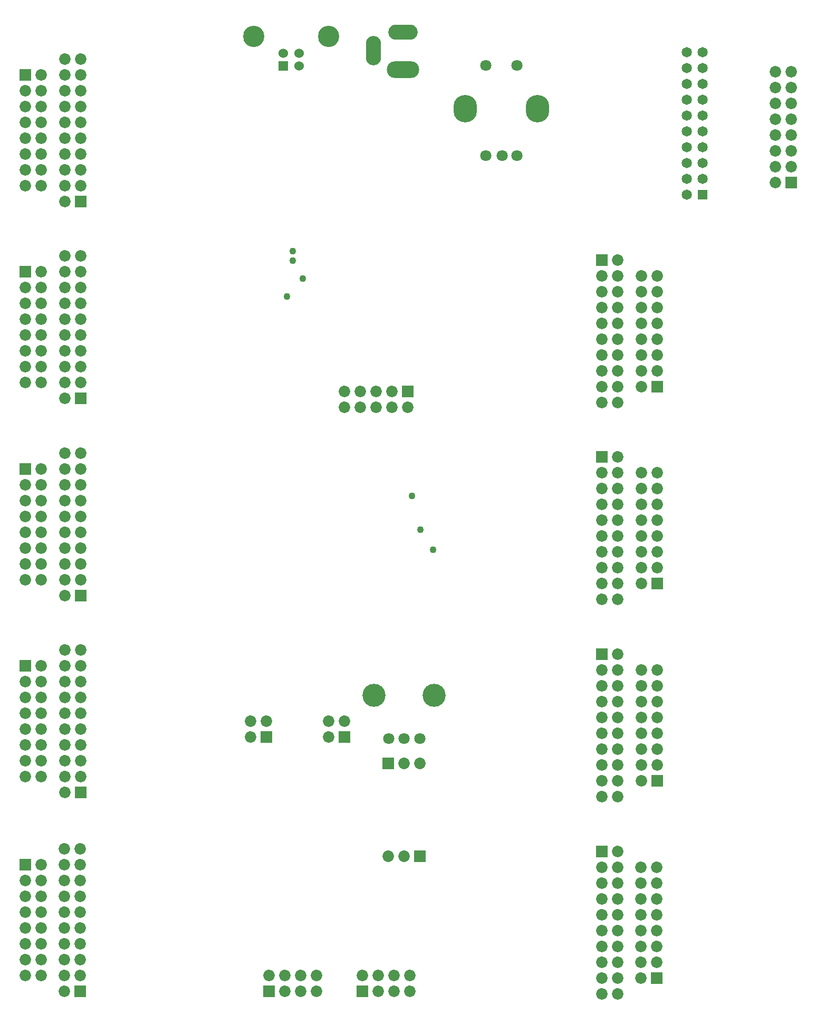
<source format=gbs>
G04*
G04 #@! TF.GenerationSoftware,Altium Limited,Altium Designer,25.8.1 (18)*
G04*
G04 Layer_Color=16711935*
%FSLAX44Y44*%
%MOMM*%
G71*
G04*
G04 #@! TF.SameCoordinates,F625E077-19EE-4E80-AD8A-59A8E9CBE096*
G04*
G04*
G04 #@! TF.FilePolarity,Negative*
G04*
G01*
G75*
%ADD63O,5.2032X2.7032*%
%ADD64O,4.7032X2.4532*%
%ADD65O,2.4532X4.7032*%
%ADD66C,1.8500*%
%ADD67R,1.8500X1.8500*%
%ADD68R,1.6500X1.6500*%
%ADD69C,1.6500*%
%ADD70C,3.7032*%
%ADD71C,1.8032*%
%ADD72O,3.8032X4.4032*%
%ADD73R,1.8532X1.8532*%
%ADD74C,1.8532*%
%ADD75R,1.8500X1.8500*%
%ADD76C,3.4160*%
%ADD77C,1.5280*%
%ADD78R,1.5280X1.5280*%
%ADD79C,1.1032*%
D63*
X517250Y324750D02*
D03*
D64*
Y384750D02*
D03*
D65*
X470250Y354750D02*
D03*
D66*
X1140500Y219700D02*
D03*
X1115100Y321300D02*
D03*
X1140500D02*
D03*
X1115100Y295900D02*
D03*
X1140500D02*
D03*
X1115100Y270500D02*
D03*
X1140500D02*
D03*
X1115100Y245100D02*
D03*
X1140500D02*
D03*
X1115100Y219700D02*
D03*
Y194300D02*
D03*
X1140500D02*
D03*
X1115100Y168900D02*
D03*
X1140500D02*
D03*
X1115100Y143500D02*
D03*
X272841Y-721331D02*
D03*
X298241D02*
D03*
X272841Y-746731D02*
D03*
X398571Y-721331D02*
D03*
X423971D02*
D03*
X398571Y-746731D02*
D03*
X449454Y-191677D02*
D03*
X424054Y-217077D02*
D03*
X424083Y-191699D02*
D03*
X449454Y-217077D02*
D03*
X474854D02*
D03*
Y-191677D02*
D03*
X500254Y-217077D02*
D03*
Y-191677D02*
D03*
X525654Y-217077D02*
D03*
X899801Y-1133444D02*
D03*
X925201Y-1108044D02*
D03*
X899801Y-1108044D02*
D03*
X925201Y-1082644D02*
D03*
X899801D02*
D03*
Y-1057244D02*
D03*
X925201Y-1031844D02*
D03*
X899801D02*
D03*
X925201Y-1006444D02*
D03*
X899801Y-1006444D02*
D03*
X925201Y-981044D02*
D03*
X899801Y-981044D02*
D03*
X925201Y-955644D02*
D03*
X899801D02*
D03*
X925201Y-1057244D02*
D03*
X861978Y-930190D02*
D03*
X836578Y-955590D02*
D03*
X861978Y-955590D02*
D03*
X836578Y-980990D02*
D03*
X861978D02*
D03*
Y-1006390D02*
D03*
X836578Y-1031790D02*
D03*
X861978Y-1031790D02*
D03*
X836578Y-1057190D02*
D03*
X861978D02*
D03*
X836578Y-1082590D02*
D03*
X861978Y-1082590D02*
D03*
X836578Y-1107990D02*
D03*
X861978D02*
D03*
X836578Y-1006390D02*
D03*
Y-1133390D02*
D03*
X861978Y-1133390D02*
D03*
X836578Y-1158790D02*
D03*
X861978D02*
D03*
X-63343Y-951296D02*
D03*
X-88743Y-976696D02*
D03*
X-63343Y-976696D02*
D03*
X-88743Y-1002096D02*
D03*
X-63343D02*
D03*
X-63343Y-1027496D02*
D03*
X-88743Y-1052896D02*
D03*
X-63343D02*
D03*
X-88743Y-1078296D02*
D03*
X-63343Y-1078296D02*
D03*
X-88743Y-1103696D02*
D03*
X-63343Y-1103696D02*
D03*
X-88743Y-1129096D02*
D03*
X-63343D02*
D03*
X-88743Y-1027496D02*
D03*
X-25520Y-1154550D02*
D03*
X-120Y-1129150D02*
D03*
X-25520D02*
D03*
X-120Y-1103750D02*
D03*
X-25520Y-1103750D02*
D03*
Y-1078350D02*
D03*
X-120Y-1052950D02*
D03*
X-25520Y-1052950D02*
D03*
X-120Y-1027550D02*
D03*
X-25520D02*
D03*
X-120Y-1002150D02*
D03*
X-25520Y-1002150D02*
D03*
X-120Y-976750D02*
D03*
X-25520Y-976750D02*
D03*
X-120Y-1078350D02*
D03*
Y-951350D02*
D03*
X-25520D02*
D03*
X-120Y-925950D02*
D03*
X-25520D02*
D03*
X900351Y-816544D02*
D03*
X925751Y-791144D02*
D03*
X900351D02*
D03*
X925751Y-765744D02*
D03*
X900351D02*
D03*
Y-740344D02*
D03*
X925751Y-714944D02*
D03*
X900351D02*
D03*
X925751Y-689544D02*
D03*
X900351D02*
D03*
X925751Y-664144D02*
D03*
X900351D02*
D03*
X925751Y-638744D02*
D03*
X900351D02*
D03*
X925751Y-740344D02*
D03*
X900351Y-184084D02*
D03*
X925751Y-158684D02*
D03*
X900351D02*
D03*
X925751Y-133284D02*
D03*
X900351D02*
D03*
Y-107884D02*
D03*
X925751Y-82484D02*
D03*
X900351D02*
D03*
X925751Y-57084D02*
D03*
X900351D02*
D03*
X925751Y-31684D02*
D03*
X900351D02*
D03*
X925751Y-6284D02*
D03*
X900351D02*
D03*
X925751Y-107884D02*
D03*
X-63223Y54D02*
D03*
X-88623Y-25346D02*
D03*
X-63223Y-25346D02*
D03*
X-88623Y-50746D02*
D03*
X-63223D02*
D03*
X-63223Y-76146D02*
D03*
X-88623Y-101546D02*
D03*
X-63223D02*
D03*
X-88623Y-126946D02*
D03*
X-63223Y-126946D02*
D03*
X-88623Y-152346D02*
D03*
X-63223Y-152346D02*
D03*
X-88623Y-177746D02*
D03*
X-63223Y-177746D02*
D03*
X-88623Y-76146D02*
D03*
X452076Y-1128921D02*
D03*
X477476Y-1154321D02*
D03*
Y-1128921D02*
D03*
X502876Y-1154321D02*
D03*
Y-1128921D02*
D03*
X528276Y-1128921D02*
D03*
Y-1154321D02*
D03*
X-25400Y-835660D02*
D03*
X0Y-810260D02*
D03*
X-25400D02*
D03*
X0Y-784860D02*
D03*
X-25400D02*
D03*
Y-759460D02*
D03*
X0Y-734060D02*
D03*
X-25400Y-734060D02*
D03*
X0Y-708660D02*
D03*
X-25400D02*
D03*
X0Y-683260D02*
D03*
X-25400D02*
D03*
X0Y-657860D02*
D03*
X-25400Y-657860D02*
D03*
X0Y-759460D02*
D03*
Y-632460D02*
D03*
X-25400D02*
D03*
X0Y-607060D02*
D03*
X-25400D02*
D03*
X-63223Y316284D02*
D03*
X-88623Y290884D02*
D03*
X-63223Y290884D02*
D03*
X-88623Y265484D02*
D03*
X-63223D02*
D03*
X-63223Y240084D02*
D03*
X-88623Y214684D02*
D03*
X-63223D02*
D03*
X-88623Y189284D02*
D03*
X-63223Y189284D02*
D03*
X-88623Y163884D02*
D03*
X-63223Y163884D02*
D03*
X-88623Y138484D02*
D03*
X-63223Y138484D02*
D03*
X-88623Y240084D02*
D03*
X-63223Y-632406D02*
D03*
X-88623Y-657806D02*
D03*
X-63223Y-657806D02*
D03*
X-88623Y-683206D02*
D03*
X-63223D02*
D03*
X-63223Y-708606D02*
D03*
X-88623Y-734006D02*
D03*
X-63223D02*
D03*
X-88623Y-759406D02*
D03*
X-63223Y-759406D02*
D03*
X-88623Y-784806D02*
D03*
X-63223Y-784806D02*
D03*
X-88623Y-810206D02*
D03*
X-63223Y-810206D02*
D03*
X-88623Y-708606D02*
D03*
X302216Y-1128921D02*
D03*
X327616Y-1154321D02*
D03*
Y-1128921D02*
D03*
X353016Y-1154321D02*
D03*
Y-1128921D02*
D03*
X378416Y-1128921D02*
D03*
Y-1154321D02*
D03*
X-25400Y113030D02*
D03*
X0Y138430D02*
D03*
X-25400D02*
D03*
X0Y163830D02*
D03*
X-25400Y163830D02*
D03*
X-25400Y189230D02*
D03*
X0Y214630D02*
D03*
X-25400Y214630D02*
D03*
X0Y240030D02*
D03*
X-25400D02*
D03*
X0Y265430D02*
D03*
X-25400D02*
D03*
X0Y290830D02*
D03*
X-25400Y290830D02*
D03*
X0Y189230D02*
D03*
Y316230D02*
D03*
X-25400D02*
D03*
X0Y341630D02*
D03*
X-25400D02*
D03*
X-63184Y-316176D02*
D03*
X-88584Y-341576D02*
D03*
X-63184Y-341576D02*
D03*
X-88584Y-366976D02*
D03*
X-63184Y-366976D02*
D03*
Y-392376D02*
D03*
X-88584Y-417776D02*
D03*
X-63184D02*
D03*
X-88584Y-443176D02*
D03*
X-63184D02*
D03*
X-88584Y-468576D02*
D03*
X-63184D02*
D03*
X-88584Y-493976D02*
D03*
X-63184Y-493976D02*
D03*
X-88584Y-392376D02*
D03*
X-25361Y-519430D02*
D03*
X39Y-494030D02*
D03*
X-25361D02*
D03*
X39Y-468630D02*
D03*
X-25361Y-468630D02*
D03*
Y-443230D02*
D03*
X39Y-417830D02*
D03*
X-25361Y-417830D02*
D03*
X39Y-392430D02*
D03*
X-25361D02*
D03*
X39Y-367030D02*
D03*
X-25361D02*
D03*
X39Y-341630D02*
D03*
X-25361Y-341630D02*
D03*
X39Y-443230D02*
D03*
Y-316230D02*
D03*
X-25361D02*
D03*
X39Y-290830D02*
D03*
X-25361D02*
D03*
X-25400Y-203200D02*
D03*
X0Y-177800D02*
D03*
X-25400D02*
D03*
X0Y-152400D02*
D03*
X-25400D02*
D03*
Y-127000D02*
D03*
X0Y-101600D02*
D03*
X-25400Y-101600D02*
D03*
X0Y-76200D02*
D03*
X-25400D02*
D03*
X0Y-50800D02*
D03*
X-25400D02*
D03*
X0Y-25400D02*
D03*
X-25400Y-25400D02*
D03*
X0Y-127000D02*
D03*
Y0D02*
D03*
X-25400D02*
D03*
X0Y25400D02*
D03*
X-25400D02*
D03*
X900351Y-500314D02*
D03*
X925751Y-474914D02*
D03*
X900351D02*
D03*
X925751Y-449514D02*
D03*
X900351D02*
D03*
Y-424114D02*
D03*
X925751Y-398714D02*
D03*
X900351D02*
D03*
X925751Y-373314D02*
D03*
X900351D02*
D03*
X925751Y-347914D02*
D03*
X900351D02*
D03*
X925751Y-322514D02*
D03*
X900351D02*
D03*
X925751Y-424114D02*
D03*
X862528Y-297060D02*
D03*
X837128Y-322460D02*
D03*
X862528D02*
D03*
X837128Y-347860D02*
D03*
X862528D02*
D03*
Y-373260D02*
D03*
X837128Y-398660D02*
D03*
X862528D02*
D03*
X837128Y-424060D02*
D03*
X862528D02*
D03*
X837128Y-449460D02*
D03*
X862528D02*
D03*
X837128Y-474860D02*
D03*
X862528D02*
D03*
X837128Y-373260D02*
D03*
Y-500260D02*
D03*
X862528D02*
D03*
X837128Y-525660D02*
D03*
X862528D02*
D03*
Y19170D02*
D03*
X837128Y-6230D02*
D03*
X862528D02*
D03*
X837128Y-31630D02*
D03*
X862528D02*
D03*
Y-57030D02*
D03*
X837128Y-82430D02*
D03*
X862528D02*
D03*
X837128Y-107830D02*
D03*
X862528D02*
D03*
X837128Y-133230D02*
D03*
X862528D02*
D03*
X837128Y-158630D02*
D03*
X862528D02*
D03*
X837128Y-57030D02*
D03*
Y-184030D02*
D03*
X862528D02*
D03*
X837128Y-209430D02*
D03*
X862528D02*
D03*
Y-613290D02*
D03*
X837128Y-638690D02*
D03*
X862528D02*
D03*
X837128Y-664090D02*
D03*
X862528D02*
D03*
Y-689490D02*
D03*
X837128Y-714890D02*
D03*
X862528D02*
D03*
X837128Y-740290D02*
D03*
X862528D02*
D03*
X837128Y-765690D02*
D03*
X862528D02*
D03*
X837128Y-791090D02*
D03*
X862528D02*
D03*
X837128Y-689490D02*
D03*
Y-816490D02*
D03*
X862528D02*
D03*
X837128Y-841890D02*
D03*
X862528D02*
D03*
D67*
X1140500Y143500D02*
D03*
X298241Y-746731D02*
D03*
X423971D02*
D03*
X925201Y-1133444D02*
D03*
X836578Y-930190D02*
D03*
X-88743Y-951296D02*
D03*
X-120Y-1154550D02*
D03*
X925751Y-816544D02*
D03*
Y-184084D02*
D03*
X-88623Y54D02*
D03*
X0Y-835660D02*
D03*
X-88623Y316284D02*
D03*
Y-632406D02*
D03*
X0Y113030D02*
D03*
X-88584Y-316176D02*
D03*
X39Y-519430D02*
D03*
X0Y-203200D02*
D03*
X925751Y-500314D02*
D03*
X837128Y-297060D02*
D03*
Y19170D02*
D03*
Y-613290D02*
D03*
D68*
X998400Y123550D02*
D03*
D69*
X973000D02*
D03*
X998400Y148950D02*
D03*
X973000Y148950D02*
D03*
X998400Y174350D02*
D03*
X973000D02*
D03*
Y199750D02*
D03*
X998400Y225150D02*
D03*
X973000D02*
D03*
X998400Y250550D02*
D03*
X973000Y250550D02*
D03*
X998400Y275950D02*
D03*
X973000D02*
D03*
X998400Y199750D02*
D03*
X973000Y352150D02*
D03*
X998400Y352150D02*
D03*
X973000Y326750D02*
D03*
X998400D02*
D03*
X973000Y301350D02*
D03*
X998400Y301350D02*
D03*
D70*
X567431Y-679449D02*
D03*
X471431D02*
D03*
D71*
X494431Y-749449D02*
D03*
X544431D02*
D03*
X519431D02*
D03*
X650640Y331620D02*
D03*
X700640D02*
D03*
X650640Y186620D02*
D03*
X676641D02*
D03*
X700640D02*
D03*
D72*
X733640Y261620D02*
D03*
X617640D02*
D03*
D73*
X494030Y-788670D02*
D03*
X544830Y-938239D02*
D03*
D74*
X519430Y-788670D02*
D03*
X544830D02*
D03*
X519430Y-938239D02*
D03*
X494030D02*
D03*
D75*
X525654Y-191677D02*
D03*
X452076Y-1154321D02*
D03*
X302216D02*
D03*
D76*
X277820Y377620D02*
D03*
X398220D02*
D03*
D77*
X325520Y350520D02*
D03*
X350520D02*
D03*
X350520Y330520D02*
D03*
D78*
X325520D02*
D03*
D79*
X331000Y-39750D02*
D03*
X356900Y-11000D02*
D03*
X340500Y33500D02*
D03*
Y17750D02*
D03*
X545250Y-413750D02*
D03*
X531750Y-359250D02*
D03*
X566210Y-445710D02*
D03*
M02*

</source>
